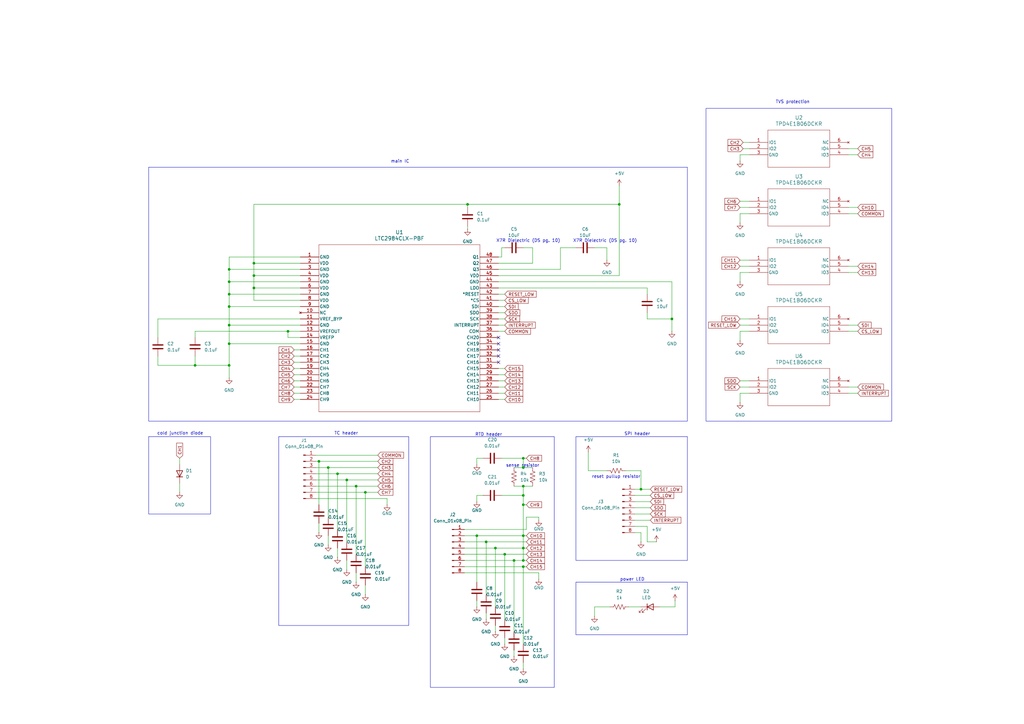
<source format=kicad_sch>
(kicad_sch (version 20250114) (generator "eeschema") (generator_version "9.0")
  (paper "A3")
  (lib_symbols
    (symbol "Connector:Conn_01x08_Pin" (pin_names (offset 1.016) (hide yes))
      (property "Reference" "J" (at 0 10.16 0))
      (property "Value" "Conn_01x08_Pin" (at 0 -12.7 0))
      (symbol "Conn_01x08_Pin_1_1"
        (rectangle (start 0.8636 7.747) (end 0 7.493) (stroke (width 0.1524)) (fill (type outline)))
        (rectangle (start 0.8636 5.207) (end 0 4.953) (stroke (width 0.1524)) (fill (type outline)))
        (rectangle (start 0.8636 2.667) (end 0 2.413) (stroke (width 0.1524)) (fill (type outline)))
        (rectangle (start 0.8636 0.127) (end 0 -0.127) (stroke (width 0.1524)) (fill (type outline)))
        (rectangle (start 0.8636 -2.413) (end 0 -2.667) (stroke (width 0.1524)) (fill (type outline)))
        (rectangle (start 0.8636 -4.953) (end 0 -5.207) (stroke (width 0.1524)) (fill (type outline)))
        (rectangle (start 0.8636 -7.493) (end 0 -7.747) (stroke (width 0.1524)) (fill (type outline)))
        (rectangle (start 0.8636 -10.033) (end 0 -10.287) (stroke (width 0.1524)) (fill (type outline)))
        (polyline (pts (xy 1.27 7.62) (xy 0.8636 7.62)) (stroke (width 0.1524)))
        (polyline (pts (xy 1.27 5.08) (xy 0.8636 5.08)) (stroke (width 0.1524)))
        (polyline (pts (xy 1.27 2.54) (xy 0.8636 2.54)) (stroke (width 0.1524)))
        (polyline (pts (xy 1.27 0) (xy 0.8636 0)) (stroke (width 0.1524)))
        (polyline (pts (xy 1.27 -2.54) (xy 0.8636 -2.54)) (stroke (width 0.1524)))
        (polyline (pts (xy 1.27 -5.08) (xy 0.8636 -5.08)) (stroke (width 0.1524)))
        (polyline (pts (xy 1.27 -7.62) (xy 0.8636 -7.62)) (stroke (width 0.1524)))
        (polyline (pts (xy 1.27 -10.16) (xy 0.8636 -10.16)) (stroke (width 0.1524)))
        (pin passive line (at 5.08 7.62 180) (length 3.81) (name "Pin_1") (number "1"))
        (pin passive line (at 5.08 5.08 180) (length 3.81) (name "Pin_2") (number "2"))
        (pin passive line (at 5.08 2.54 180) (length 3.81) (name "Pin_3") (number "3"))
        (pin passive line (at 5.08 0 180) (length 3.81) (name "Pin_4") (number "4"))
        (pin passive line (at 5.08 -2.54 180) (length 3.81) (name "Pin_5") (number "5"))
        (pin passive line (at 5.08 -5.08 180) (length 3.81) (name "Pin_6") (number "6"))
        (pin passive line (at 5.08 -7.62 180) (length 3.81) (name "Pin_7") (number "7"))
        (pin passive line (at 5.08 -10.16 180) (length 3.81) (name "Pin_8") (number "8"))
      )
    )
    (symbol "Device:C" (pin_numbers (hide yes)) (pin_names (offset 0.254))
      (property "Reference" "C" (at 0.635 2.54 0))
      (property "Value" "C" (at 0.635 -2.54 0))
      (symbol "C_0_1"
        (polyline (pts (xy -2.032 0.762) (xy 2.032 0.762)) (stroke (width 0.508)))
        (polyline (pts (xy -2.032 -0.762) (xy 2.032 -0.762)) (stroke (width 0.508)))
      )
      (symbol "C_1_1"
        (pin passive line (at 0 3.81 270) (length 2.794) (name "~") (number "1"))
        (pin passive line (at 0 -3.81 90) (length 2.794) (name "~") (number "2"))
      )
    )
    (symbol "Device:D" (pin_numbers (hide yes)) (pin_names (offset 1.016) (hide yes))
      (property "Reference" "D" (at 0 2.54 0))
      (property "Value" "D" (at 0 -2.54 0))
      (symbol "D_0_1"
        (polyline (pts (xy -1.27 1.27) (xy -1.27 -1.27)) (stroke (width 0.254)))
        (polyline (pts (xy 1.27 1.27) (xy 1.27 -1.27) (xy -1.27 0) (xy 1.27 1.27)) (stroke (width 0.254)))
        (polyline (pts (xy 1.27 0) (xy -1.27 0)))
      )
      (symbol "D_1_1"
        (pin passive line (at -3.81 0 0) (length 2.54) (name "K") (number "1"))
        (pin passive line (at 3.81 0 180) (length 2.54) (name "A") (number "2"))
      )
    )
    (symbol "Device:LED" (pin_numbers (hide yes)) (pin_names (offset 1.016) (hide yes))
      (property "Reference" "D" (at 0 2.54 0))
      (property "Value" "LED" (at 0 -2.54 0))
      (symbol "LED_0_1"
        (polyline (pts (xy -3.048 -0.762) (xy -4.572 -2.286) (xy -3.81 -2.286) (xy -4.572 -2.286) (xy -4.572 -1.524)))
        (polyline (pts (xy -1.778 -0.762) (xy -3.302 -2.286) (xy -2.54 -2.286) (xy -3.302 -2.286) (xy -3.302 -1.524)))
        (polyline (pts (xy -1.27 0) (xy 1.27 0)))
        (polyline (pts (xy -1.27 -1.27) (xy -1.27 1.27)) (stroke (width 0.254)))
        (polyline (pts (xy 1.27 -1.27) (xy 1.27 1.27) (xy -1.27 0) (xy 1.27 -1.27)) (stroke (width 0.254)))
      )
      (symbol "LED_1_1"
        (pin passive line (at -3.81 0 0) (length 2.54) (name "K") (number "1"))
        (pin passive line (at 3.81 0 180) (length 2.54) (name "A") (number "2"))
      )
    )
    (symbol "Device:R_US" (pin_numbers (hide yes)) (pin_names (offset 0))
      (property "Reference" "R" (at 2.54 0 90))
      (property "Value" "R_US" (at -2.54 0 90))
      (symbol "R_US_0_1"
        (polyline (pts (xy 0 2.286) (xy 0 2.54)))
        (polyline (pts (xy 0 2.286) (xy 1.016 1.905) (xy 0 1.524) (xy -1.016 1.143) (xy 0 0.762)))
        (polyline (pts (xy 0 0.762) (xy 1.016 0.381) (xy 0 0) (xy -1.016 -0.381) (xy 0 -0.762)))
        (polyline (pts (xy 0 -0.762) (xy 1.016 -1.143) (xy 0 -1.524) (xy -1.016 -1.905) (xy 0 -2.286)))
        (polyline (pts (xy 0 -2.286) (xy 0 -2.54)))
      )
      (symbol "R_US_1_1"
        (pin passive line (at 0 3.81 270) (length 1.27) (name "~") (number "1"))
        (pin passive line (at 0 -3.81 90) (length 1.27) (name "~") (number "2"))
      )
    )
    (symbol "LTC2984:LTC2984CLX-PBF" (pin_names (offset 0.254))
      (property "Reference" "U" (at 40.64 10.16 0))
      (property "Value" "LTC2984CLX-PBF" (at 40.64 7.62 0))
      (symbol "LTC2984CLX-PBF_0_1"
        (polyline (pts (xy 7.62 5.08) (xy 7.62 -63.5)) (stroke (width 0.127)))
        (polyline (pts (xy 7.62 -63.5) (xy 73.66 -63.5)) (stroke (width 0.127)))
        (polyline (pts (xy 73.66 5.08) (xy 7.62 5.08)) (stroke (width 0.127)))
        (polyline (pts (xy 73.66 -63.5) (xy 73.66 5.08)) (stroke (width 0.127)))
        (pin power_in line (at 0 0 0) (length 7.62) (name "GND") (number "1"))
        (pin power_in line (at 0 -2.54 0) (length 7.62) (name "VDD") (number "2"))
        (pin power_in line (at 0 -5.08 0) (length 7.62) (name "GND") (number "3"))
        (pin power_in line (at 0 -7.62 0) (length 7.62) (name "VDD") (number "4"))
        (pin power_in line (at 0 -10.16 0) (length 7.62) (name "GND") (number "5"))
        (pin power_in line (at 0 -12.7 0) (length 7.62) (name "VDD") (number "6"))
        (pin power_in line (at 0 -15.24 0) (length 7.62) (name "GND") (number "7"))
        (pin power_in line (at 0 -17.78 0) (length 7.62) (name "VDD") (number "8"))
        (pin power_in line (at 0 -20.32 0) (length 7.62) (name "GND") (number "9"))
        (pin no_connect line (at 0 -22.86 0) (length 7.62) (name "NC") (number "10"))
        (pin power_in line (at 0 -25.4 0) (length 7.62) (name "VREF_BYP") (number "11"))
        (pin power_in line (at 0 -27.94 0) (length 7.62) (name "GND") (number "12"))
        (pin output line (at 0 -30.48 0) (length 7.62) (name "VREFOUT") (number "13"))
        (pin input line (at 0 -33.02 0) (length 7.62) (name "VREFP") (number "14"))
        (pin power_in line (at 0 -35.56 0) (length 7.62) (name "GND") (number "15"))
        (pin input line (at 0 -38.1 0) (length 7.62) (name "CH1") (number "16"))
        (pin input line (at 0 -40.64 0) (length 7.62) (name "CH2") (number "17"))
        (pin input line (at 0 -43.18 0) (length 7.62) (name "CH3") (number "18"))
        (pin input line (at 0 -45.72 0) (length 7.62) (name "CH4") (number "19"))
        (pin input line (at 0 -48.26 0) (length 7.62) (name "CH5") (number "20"))
        (pin input line (at 0 -50.8 0) (length 7.62) (name "CH6") (number "21"))
        (pin input line (at 0 -53.34 0) (length 7.62) (name "CH7") (number "22"))
        (pin input line (at 0 -55.88 0) (length 7.62) (name "CH8") (number "23"))
        (pin input line (at 0 -58.42 0) (length 7.62) (name "CH9") (number "24"))
        (pin unspecified line (at 81.28 0 180) (length 7.62) (name "Q1") (number "48"))
        (pin unspecified line (at 81.28 -2.54 180) (length 7.62) (name "Q2") (number "47"))
        (pin unspecified line (at 81.28 -5.08 180) (length 7.62) (name "Q3") (number "46"))
        (pin power_in line (at 81.28 -7.62 180) (length 7.62) (name "VDD") (number "45"))
        (pin power_in line (at 81.28 -10.16 180) (length 7.62) (name "GND") (number "44"))
        (pin output line (at 81.28 -12.7 180) (length 7.62) (name "LDO") (number "43"))
        (pin unspecified line (at 81.28 -15.24 180) (length 7.62) (name "*RESET") (number "42"))
        (pin bidirectional line (at 81.28 -17.78 180) (length 7.62) (name "*CS") (number "41"))
        (pin input line (at 81.28 -20.32 180) (length 7.62) (name "SDI") (number "40"))
        (pin output line (at 81.28 -22.86 180) (length 7.62) (name "SDO") (number "39"))
        (pin unspecified line (at 81.28 -25.4 180) (length 7.62) (name "SCK") (number "38"))
        (pin output line (at 81.28 -27.94 180) (length 7.62) (name "INTERRUPT") (number "37"))
        (pin input line (at 81.28 -30.48 180) (length 7.62) (name "COM") (number "36"))
        (pin input line (at 81.28 -33.02 180) (length 7.62) (name "CH20") (number "35"))
        (pin input line (at 81.28 -35.56 180) (length 7.62) (name "CH19") (number "34"))
        (pin input line (at 81.28 -38.1 180) (length 7.62) (name "CH18") (number "33"))
        (pin input line (at 81.28 -40.64 180) (length 7.62) (name "CH17") (number "32"))
        (pin input line (at 81.28 -43.18 180) (length 7.62) (name "CH16") (number "31"))
        (pin input line (at 81.28 -45.72 180) (length 7.62) (name "CH15") (number "30"))
        (pin input line (at 81.28 -48.26 180) (length 7.62) (name "CH14") (number "29"))
        (pin input line (at 81.28 -50.8 180) (length 7.62) (name "CH13") (number "28"))
        (pin input line (at 81.28 -53.34 180) (length 7.62) (name "CH12") (number "27"))
        (pin input line (at 81.28 -55.88 180) (length 7.62) (name "CH11") (number "26"))
        (pin input line (at 81.28 -58.42 180) (length 7.62) (name "CH10") (number "25"))
      )
    )
    (symbol "TPD4E1B06DCKR:TPD4E1B06DCKR" (pin_names (offset 0.254))
      (property "Reference" "U" (at 20.32 10.16 0))
      (property "Value" "TPD4E1B06DCKR" (at 20.32 7.62 0))
      (symbol "TPD4E1B06DCKR_0_1"
        (polyline (pts (xy 7.62 5.08) (xy 7.62 -10.16)) (stroke (width 0.127)))
        (polyline (pts (xy 7.62 -10.16) (xy 33.02 -10.16)) (stroke (width 0.127)))
        (polyline (pts (xy 33.02 5.08) (xy 7.62 5.08)) (stroke (width 0.127)))
        (polyline (pts (xy 33.02 -10.16) (xy 33.02 5.08)) (stroke (width 0.127)))
        (pin bidirectional line (at 0 0 0) (length 7.62) (name "IO1") (number "1"))
        (pin bidirectional line (at 0 -2.54 0) (length 7.62) (name "IO2") (number "2"))
        (pin power_in line (at 0 -5.08 0) (length 7.62) (name "GND") (number "3"))
        (pin no_connect line (at 40.64 0 180) (length 7.62) (name "NC") (number "6"))
        (pin bidirectional line (at 40.64 -2.54 180) (length 7.62) (name "IO4") (number "5"))
        (pin bidirectional line (at 40.64 -5.08 180) (length 7.62) (name "IO3") (number "4"))
      )
    )
    (symbol "power:+5V" (power) (pin_numbers (hide yes)) (pin_names (offset 0) (hide yes))
      (property "Value" "+5V" (at 0 3.556 0))
      (symbol "+5V_0_1"
        (polyline (pts (xy -0.762 1.27) (xy 0 2.54)))
        (polyline (pts (xy 0 2.54) (xy 0.762 1.27)))
        (polyline (pts (xy 0 0) (xy 0 2.54)))
      )
      (symbol "+5V_1_1"
        (pin power_in line (at 0 0 90) (length 0) (name "~") (number "1"))
      )
    )
    (symbol "power:GND" (power) (pin_numbers (hide yes)) (pin_names (offset 0) (hide yes))
      (property "Value" "GND" (at 0 -3.81 0))
      (symbol "GND_0_1"
        (polyline (pts (xy 0 0) (xy 0 -1.27) (xy 1.27 -1.27) (xy 0 -2.54) (xy -1.27 -1.27) (xy 0 -1.27)))
      )
      (symbol "GND_1_1"
        (pin power_in line (at 0 0 270) (length 0) (name "~") (number "1"))
      )
    )
  )
  (rectangle (start 281.94 179.07) (end 236.22 229.87))
  (rectangle (start 114.3 179.07) (end 167.64 256.54))
  (rectangle (start 60.96 179.07) (end 86.36 210.82))
  (rectangle (start 60.96 68.58) (end 281.94 172.72))
  (rectangle (start 289.56 44.45) (end 365.76 172.72))
  (rectangle (start 236.22 238.76) (end 281.94 260.35))
  (rectangle (start 176.53 179.07) (end 227.33 281.94))
  (text "sense resistor" (at 214.376 191.008 0) (effects (font (size 1.27 1.27))))
  (text "SPI header" (at 261.366 178.054 0) (effects (font (size 1.27 1.27))))
  (text "X7R Dielectric (DS pg. 10)" (at 216.662 98.806 0) (effects (font (size 1.27 1.27))))
  (text "RTD header" (at 200.406 178.308 0) (effects (font (size 1.27 1.27))))
  (text "X7R Dielectric (DS pg. 10)" (at 248.158 98.806 0) (effects (font (size 1.27 1.27))))
  (text "TC header" (at 141.986 177.8 0) (effects (font (size 1.27 1.27))))
  (text "cold junction diode" (at 73.914 177.8 0) (effects (font (size 1.27 1.27))))
  (text "main IC" (at 164.084 66.294 0) (effects (font (size 1.27 1.27))))
  (text "power LED" (at 259.334 237.744 0) (effects (font (size 1.27 1.27))))
  (text "TVS protection" (at 325.12 41.91 0) (effects (font (size 1.27 1.27))))
  (text "reset pullup resistor" (at 252.73 195.58 0) (effects (font (size 1.27 1.27))))
  (junction (at 254 83.82))
  (junction (at 134.62 191.77))
  (junction (at 93.98 149.86))
  (junction (at 104.14 113.03))
  (junction (at 214.63 232.41))
  (junction (at 195.58 219.71))
  (junction (at 93.98 115.57))
  (junction (at 214.63 199.39))
  (junction (at 138.43 194.31))
  (junction (at 146.05 199.39))
  (junction (at 214.63 203.2))
  (junction (at 214.63 219.71))
  (junction (at 142.24 196.85))
  (junction (at 207.01 227.33))
  (junction (at 199.39 222.25))
  (junction (at 93.98 125.73))
  (junction (at 93.98 133.35))
  (junction (at 275.59 130.81))
  (junction (at 80.01 149.86))
  (junction (at 214.63 224.79))
  (junction (at 262.89 200.66))
  (junction (at 130.81 189.23))
  (junction (at 149.86 201.93))
  (junction (at 118.11 135.89))
  (junction (at 214.63 187.96))
  (junction (at 93.98 120.65))
  (junction (at 214.63 191.77))
  (junction (at 104.14 118.11))
  (junction (at 203.2 224.79))
  (junction (at 93.98 140.97))
  (junction (at 214.63 207.01))
  (junction (at 214.63 229.87))
  (junction (at 210.82 229.87))
  (junction (at 93.98 110.49))
  (junction (at 191.77 83.82))
  (junction (at 104.14 107.95))
  (no_connect (at 204.47 140.97))
  (no_connect (at 204.47 146.05))
  (no_connect (at 204.47 138.43))
  (no_connect (at 204.47 143.51))
  (no_connect (at 204.47 148.59))
  (wire (pts (xy 93.98 105.41) (xy 93.98 110.49)))
  (wire (pts (xy 93.98 133.35) (xy 93.98 140.97)))
  (wire (pts (xy 104.14 123.19) (xy 123.19 123.19)))
  (wire (pts (xy 123.19 135.89) (xy 118.11 135.89)))
  (wire (pts (xy 195.58 190.5) (xy 195.58 187.96)))
  (wire (pts (xy 203.2 256.54) (xy 203.2 259.08)))
  (wire (pts (xy 204.47 133.35) (xy 207.01 133.35)))
  (wire (pts (xy 146.05 234.95) (xy 146.05 238.76)))
  (wire (pts (xy 214.63 224.79) (xy 215.9 224.79)))
  (wire (pts (xy 303.53 111.76) (xy 307.34 111.76)))
  (wire (pts (xy 104.14 118.11) (xy 123.19 118.11)))
  (wire (pts (xy 210.82 266.7) (xy 210.82 269.24)))
  (wire (pts (xy 129.54 196.85) (xy 142.24 196.85)))
  (wire (pts (xy 210.82 199.39) (xy 214.63 199.39)))
  (wire (pts (xy 204.47 161.29) (xy 207.01 161.29)))
  (wire (pts (xy 303.53 115.57) (xy 303.53 111.76)))
  (wire (pts (xy 204.47 105.41) (xy 205.74 105.41)))
  (wire (pts (xy 64.77 146.05) (xy 64.77 149.86)))
  (wire (pts (xy 303.53 156.21) (xy 307.34 156.21)))
  (wire (pts (xy 93.98 140.97) (xy 93.98 149.86)))
  (wire (pts (xy 134.62 219.71) (xy 134.62 223.52)))
  (wire (pts (xy 129.54 189.23) (xy 130.81 189.23)))
  (wire (pts (xy 190.5 224.79) (xy 203.2 224.79)))
  (wire (pts (xy 123.19 107.95) (xy 104.14 107.95)))
  (wire (pts (xy 214.63 219.71) (xy 215.9 219.71)))
  (wire (pts (xy 214.63 203.2) (xy 214.63 207.01)))
  (wire (pts (xy 73.66 187.96) (xy 73.66 190.5)))
  (wire (pts (xy 123.19 105.41) (xy 93.98 105.41)))
  (wire (pts (xy 190.5 232.41) (xy 214.63 232.41)))
  (wire (pts (xy 303.53 165.1) (xy 303.53 161.29)))
  (wire (pts (xy 73.66 198.12) (xy 73.66 201.93)))
  (wire (pts (xy 120.65 148.59) (xy 123.19 148.59)))
  (wire (pts (xy 120.65 151.13) (xy 123.19 151.13)))
  (wire (pts (xy 275.59 115.57) (xy 275.59 130.81)))
  (wire (pts (xy 142.24 196.85) (xy 154.94 196.85)))
  (wire (pts (xy 269.24 222.25) (xy 265.43 222.25)))
  (wire (pts (xy 80.01 135.89) (xy 80.01 138.43)))
  (wire (pts (xy 158.75 204.47) (xy 158.75 207.01)))
  (wire (pts (xy 347.98 135.89) (xy 351.79 135.89)))
  (wire (pts (xy 265.43 215.9) (xy 265.43 222.25)))
  (wire (pts (xy 260.35 215.9) (xy 265.43 215.9)))
  (wire (pts (xy 307.34 63.5) (xy 303.53 63.5)))
  (wire (pts (xy 195.58 205.74) (xy 195.58 203.2)))
  (wire (pts (xy 120.65 161.29) (xy 123.19 161.29)))
  (wire (pts (xy 214.63 224.79) (xy 214.63 229.87)))
  (wire (pts (xy 93.98 140.97) (xy 123.19 140.97)))
  (wire (pts (xy 80.01 146.05) (xy 80.01 149.86)))
  (wire (pts (xy 149.86 201.93) (xy 149.86 232.41)))
  (wire (pts (xy 347.98 63.5) (xy 351.79 63.5)))
  (wire (pts (xy 104.14 107.95) (xy 104.14 113.03)))
  (wire (pts (xy 214.63 199.39) (xy 214.63 203.2)))
  (wire (pts (xy 214.63 229.87) (xy 215.9 229.87)))
  (wire (pts (xy 93.98 120.65) (xy 123.19 120.65)))
  (wire (pts (xy 229.87 101.6) (xy 236.22 101.6)))
  (wire (pts (xy 347.98 87.63) (xy 351.79 87.63)))
  (wire (pts (xy 146.05 199.39) (xy 154.94 199.39)))
  (wire (pts (xy 93.98 125.73) (xy 123.19 125.73)))
  (wire (pts (xy 214.63 232.41) (xy 214.63 264.16)))
  (wire (pts (xy 190.5 234.95) (xy 220.98 234.95)))
  (wire (pts (xy 204.47 125.73) (xy 207.01 125.73)))
  (wire (pts (xy 266.7 208.28) (xy 260.35 208.28)))
  (wire (pts (xy 347.98 161.29) (xy 351.79 161.29)))
  (wire (pts (xy 64.77 130.81) (xy 64.77 138.43)))
  (wire (pts (xy 93.98 125.73) (xy 93.98 133.35)))
  (wire (pts (xy 93.98 110.49) (xy 123.19 110.49)))
  (wire (pts (xy 303.53 158.75) (xy 307.34 158.75)))
  (wire (pts (xy 347.98 60.96) (xy 351.79 60.96)))
  (wire (pts (xy 203.2 224.79) (xy 203.2 248.92)))
  (wire (pts (xy 204.47 123.19) (xy 207.01 123.19)))
  (wire (pts (xy 204.47 118.11) (xy 265.43 118.11)))
  (wire (pts (xy 347.98 111.76) (xy 351.79 111.76)))
  (wire (pts (xy 205.74 101.6) (xy 205.74 105.41)))
  (wire (pts (xy 254 76.2) (xy 254 83.82)))
  (wire (pts (xy 134.62 191.77) (xy 154.94 191.77)))
  (wire (pts (xy 347.98 133.35) (xy 351.79 133.35)))
  (wire (pts (xy 347.98 109.22) (xy 351.79 109.22)))
  (wire (pts (xy 93.98 120.65) (xy 93.98 125.73)))
  (wire (pts (xy 303.53 139.7) (xy 303.53 135.89)))
  (wire (pts (xy 93.98 133.35) (xy 123.19 133.35)))
  (wire (pts (xy 120.65 143.51) (xy 123.19 143.51)))
  (wire (pts (xy 149.86 201.93) (xy 154.94 201.93)))
  (wire (pts (xy 214.63 101.6) (xy 218.44 101.6)))
  (wire (pts (xy 303.53 135.89) (xy 307.34 135.89)))
  (wire (pts (xy 304.8 60.96) (xy 307.34 60.96)))
  (wire (pts (xy 257.81 248.92) (xy 262.89 248.92)))
  (wire (pts (xy 120.65 158.75) (xy 123.19 158.75)))
  (wire (pts (xy 149.86 240.03) (xy 149.86 243.84)))
  (wire (pts (xy 266.7 205.74) (xy 260.35 205.74)))
  (wire (pts (xy 64.77 149.86) (xy 80.01 149.86)))
  (wire (pts (xy 142.24 196.85) (xy 142.24 222.25)))
  (wire (pts (xy 199.39 222.25) (xy 199.39 243.84)))
  (wire (pts (xy 275.59 130.81) (xy 275.59 135.89)))
  (wire (pts (xy 204.47 151.13) (xy 207.01 151.13)))
  (wire (pts (xy 229.87 110.49) (xy 229.87 101.6)))
  (wire (pts (xy 303.53 106.68) (xy 307.34 106.68)))
  (wire (pts (xy 262.89 200.66) (xy 262.89 193.04)))
  (wire (pts (xy 214.63 187.96) (xy 214.63 191.77)))
  (wire (pts (xy 243.84 252.73) (xy 243.84 248.92)))
  (wire (pts (xy 190.5 229.87) (xy 210.82 229.87)))
  (wire (pts (xy 276.86 248.92) (xy 270.51 248.92)))
  (wire (pts (xy 207.01 227.33) (xy 207.01 254)))
  (wire (pts (xy 204.47 120.65) (xy 207.01 120.65)))
  (wire (pts (xy 205.74 203.2) (xy 214.63 203.2)))
  (wire (pts (xy 214.63 271.78) (xy 214.63 274.32)))
  (wire (pts (xy 347.98 158.75) (xy 351.79 158.75)))
  (wire (pts (xy 262.89 200.66) (xy 260.35 200.66)))
  (wire (pts (xy 266.7 203.2) (xy 260.35 203.2)))
  (wire (pts (xy 262.89 193.04) (xy 256.54 193.04)))
  (wire (pts (xy 138.43 224.79) (xy 138.43 228.6)))
  (wire (pts (xy 120.65 156.21) (xy 123.19 156.21)))
  (wire (pts (xy 130.81 189.23) (xy 154.94 189.23)))
  (wire (pts (xy 195.58 219.71) (xy 195.58 238.76)))
  (wire (pts (xy 303.53 63.5) (xy 303.53 66.04)))
  (wire (pts (xy 203.2 224.79) (xy 214.63 224.79)))
  (wire (pts (xy 104.14 113.03) (xy 104.14 118.11)))
  (wire (pts (xy 265.43 130.81) (xy 275.59 130.81)))
  (wire (pts (xy 204.47 110.49) (xy 229.87 110.49)))
  (wire (pts (xy 129.54 201.93) (xy 149.86 201.93)))
  (wire (pts (xy 205.74 187.96) (xy 214.63 187.96)))
  (wire (pts (xy 241.3 185.42) (xy 241.3 193.04)))
  (wire (pts (xy 64.77 130.81) (xy 123.19 130.81)))
  (wire (pts (xy 248.92 193.04) (xy 241.3 193.04)))
  (wire (pts (xy 190.5 217.17) (xy 215.9 217.17)))
  (wire (pts (xy 130.81 214.63) (xy 130.81 218.44)))
  (wire (pts (xy 265.43 128.27) (xy 265.43 130.81)))
  (wire (pts (xy 118.11 135.89) (xy 80.01 135.89)))
  (wire (pts (xy 303.53 82.55) (xy 307.34 82.55)))
  (wire (pts (xy 204.47 156.21) (xy 207.01 156.21)))
  (wire (pts (xy 93.98 115.57) (xy 93.98 120.65)))
  (wire (pts (xy 220.98 212.09) (xy 220.98 213.36)))
  (wire (pts (xy 303.53 85.09) (xy 307.34 85.09)))
  (wire (pts (xy 93.98 110.49) (xy 93.98 115.57)))
  (wire (pts (xy 266.7 200.66) (xy 262.89 200.66)))
  (wire (pts (xy 210.82 229.87) (xy 214.63 229.87)))
  (wire (pts (xy 207.01 227.33) (xy 215.9 227.33)))
  (wire (pts (xy 215.9 212.09) (xy 220.98 212.09)))
  (wire (pts (xy 138.43 194.31) (xy 154.94 194.31)))
  (wire (pts (xy 210.82 229.87) (xy 210.82 259.08)))
  (wire (pts (xy 204.47 130.81) (xy 207.01 130.81)))
  (wire (pts (xy 262.89 218.44) (xy 262.89 222.25)))
  (wire (pts (xy 199.39 222.25) (xy 215.9 222.25)))
  (wire (pts (xy 195.58 187.96) (xy 198.12 187.96)))
  (wire (pts (xy 215.9 187.96) (xy 214.63 187.96)))
  (wire (pts (xy 260.35 218.44) (xy 262.89 218.44)))
  (wire (pts (xy 254 83.82) (xy 254 113.03)))
  (wire (pts (xy 254 113.03) (xy 204.47 113.03)))
  (wire (pts (xy 138.43 217.17) (xy 138.43 194.31)))
  (wire (pts (xy 204.47 115.57) (xy 275.59 115.57)))
  (wire (pts (xy 304.8 58.42) (xy 307.34 58.42)))
  (wire (pts (xy 214.63 207.01) (xy 215.9 207.01)))
  (wire (pts (xy 303.53 109.22) (xy 307.34 109.22)))
  (wire (pts (xy 123.19 115.57) (xy 93.98 115.57)))
  (wire (pts (xy 214.63 207.01) (xy 214.63 219.71)))
  (wire (pts (xy 207.01 101.6) (xy 205.74 101.6)))
  (wire (pts (xy 129.54 194.31) (xy 138.43 194.31)))
  (wire (pts (xy 303.53 87.63) (xy 307.34 87.63)))
  (wire (pts (xy 204.47 163.83) (xy 207.01 163.83)))
  (wire (pts (xy 146.05 199.39) (xy 146.05 227.33)))
  (wire (pts (xy 215.9 217.17) (xy 215.9 212.09)))
  (wire (pts (xy 207.01 261.62) (xy 207.01 264.16)))
  (wire (pts (xy 104.14 113.03) (xy 123.19 113.03)))
  (wire (pts (xy 248.92 101.6) (xy 248.92 106.68)))
  (wire (pts (xy 104.14 118.11) (xy 104.14 123.19)))
  (wire (pts (xy 190.5 227.33) (xy 207.01 227.33)))
  (wire (pts (xy 191.77 83.82) (xy 191.77 85.09)))
  (wire (pts (xy 214.63 232.41) (xy 215.9 232.41)))
  (wire (pts (xy 199.39 251.46) (xy 199.39 254)))
  (wire (pts (xy 191.77 92.71) (xy 191.77 93.98)))
  (wire (pts (xy 347.98 85.09) (xy 351.79 85.09)))
  (wire (pts (xy 276.86 246.38) (xy 276.86 248.92)))
  (wire (pts (xy 118.11 138.43) (xy 123.19 138.43)))
  (wire (pts (xy 195.58 219.71) (xy 214.63 219.71)))
  (wire (pts (xy 210.82 191.77) (xy 214.63 191.77)))
  (wire (pts (xy 266.7 210.82) (xy 260.35 210.82)))
  (wire (pts (xy 214.63 191.77) (xy 218.44 191.77)))
  (wire (pts (xy 190.5 222.25) (xy 199.39 222.25)))
  (wire (pts (xy 93.98 149.86) (xy 93.98 154.94)))
  (wire (pts (xy 130.81 189.23) (xy 130.81 207.01)))
  (wire (pts (xy 214.63 219.71) (xy 214.63 224.79)))
  (wire (pts (xy 120.65 146.05) (xy 123.19 146.05)))
  (wire (pts (xy 214.63 199.39) (xy 218.44 199.39)))
  (wire (pts (xy 134.62 191.77) (xy 134.62 212.09)))
  (wire (pts (xy 204.47 153.67) (xy 207.01 153.67)))
  (wire (pts (xy 303.53 133.35) (xy 307.34 133.35)))
  (wire (pts (xy 243.84 101.6) (xy 248.92 101.6)))
  (wire (pts (xy 142.24 229.87) (xy 142.24 233.68)))
  (wire (pts (xy 243.84 248.92) (xy 250.19 248.92)))
  (wire (pts (xy 129.54 199.39) (xy 146.05 199.39)))
  (wire (pts (xy 195.58 203.2) (xy 198.12 203.2)))
  (wire (pts (xy 104.14 83.82) (xy 191.77 83.82)))
  (wire (pts (xy 120.65 163.83) (xy 123.19 163.83)))
  (wire (pts (xy 129.54 191.77) (xy 134.62 191.77)))
  (wire (pts (xy 93.98 149.86) (xy 80.01 149.86)))
  (wire (pts (xy 204.47 128.27) (xy 207.01 128.27)))
  (wire (pts (xy 204.47 135.89) (xy 207.01 135.89)))
  (wire (pts (xy 204.47 158.75) (xy 207.01 158.75)))
  (wire (pts (xy 104.14 83.82) (xy 104.14 107.95)))
  (wire (pts (xy 129.54 204.47) (xy 158.75 204.47)))
  (wire (pts (xy 190.5 219.71) (xy 195.58 219.71)))
  (wire (pts (xy 266.7 213.36) (xy 260.35 213.36)))
  (wire (pts (xy 129.54 186.69) (xy 154.94 186.69)))
  (wire (pts (xy 303.53 130.81) (xy 307.34 130.81)))
  (wire (pts (xy 218.44 107.95) (xy 218.44 101.6)))
  (wire (pts (xy 120.65 153.67) (xy 123.19 153.67)))
  (wire (pts (xy 303.53 161.29) (xy 307.34 161.29)))
  (wire (pts (xy 204.47 107.95) (xy 218.44 107.95)))
  (wire (pts (xy 195.58 246.38) (xy 195.58 248.92)))
  (wire (pts (xy 220.98 234.95) (xy 220.98 237.49)))
  (wire (pts (xy 303.53 91.44) (xy 303.53 87.63)))
  (wire (pts (xy 265.43 118.11) (xy 265.43 120.65)))
  (wire (pts (xy 191.77 83.82) (xy 254 83.82)))
  (wire (pts (xy 118.11 135.89) (xy 118.11 138.43)))
  (global_label "CS_LOW" (shape input) (at 207.01 123.19 0) (property "Intersheetrefs" "${INTERSHEET_REFS}" (effects (hide yes))))
  (global_label "RESET_LOW" (shape input) (at 303.53 133.35 180) (property "Intersheetrefs" "${INTERSHEET_REFS}" (effects (hide yes))))
  (global_label "CH15" (shape input) (at 303.53 130.81 180) (property "Intersheetrefs" "${INTERSHEET_REFS}" (effects (hide yes))))
  (global_label "CH5" (shape input) (at 120.65 153.67 180) (property "Intersheetrefs" "${INTERSHEET_REFS}" (effects (hide yes))))
  (global_label "CH10" (shape input) (at 215.9 219.71 0) (property "Intersheetrefs" "${INTERSHEET_REFS}" (effects (hide yes))))
  (global_label "CH12" (shape input) (at 303.53 109.22 180) (property "Intersheetrefs" "${INTERSHEET_REFS}" (effects (hide yes))))
  (global_label "SDI" (shape input) (at 351.79 133.35 0) (property "Intersheetrefs" "${INTERSHEET_REFS}" (effects (hide yes))))
  (global_label "CH7" (shape input) (at 154.94 201.93 0) (property "Intersheetrefs" "${INTERSHEET_REFS}" (effects (hide yes))))
  (global_label "SDO" (shape input) (at 207.01 128.27 0) (property "Intersheetrefs" "${INTERSHEET_REFS}" (effects (hide yes))))
  (global_label "CH9" (shape input) (at 120.65 163.83 180) (property "Intersheetrefs" "${INTERSHEET_REFS}" (effects (hide yes))))
  (global_label "INTERRUPT" (shape input) (at 207.01 133.35 0) (property "Intersheetrefs" "${INTERSHEET_REFS}" (effects (hide yes))))
  (global_label "COMMON" (shape input) (at 351.79 87.63 0) (property "Intersheetrefs" "${INTERSHEET_REFS}" (effects (hide yes))))
  (global_label "COMMON" (shape input) (at 154.94 186.69 0) (property "Intersheetrefs" "${INTERSHEET_REFS}" (effects (hide yes))))
  (global_label "CH11" (shape input) (at 207.01 161.29 0) (property "Intersheetrefs" "${INTERSHEET_REFS}" (effects (hide yes))))
  (global_label "CH2" (shape input) (at 304.8 58.42 180) (property "Intersheetrefs" "${INTERSHEET_REFS}" (effects (hide yes))))
  (global_label "SDI" (shape input) (at 266.7 205.74 0) (property "Intersheetrefs" "${INTERSHEET_REFS}" (effects (hide yes))))
  (global_label "SDI" (shape input) (at 207.01 125.73 0) (property "Intersheetrefs" "${INTERSHEET_REFS}" (effects (hide yes))))
  (global_label "CH7" (shape input) (at 120.65 158.75 180) (property "Intersheetrefs" "${INTERSHEET_REFS}" (effects (hide yes))))
  (global_label "CS_LOW" (shape input) (at 266.7 203.2 0) (property "Intersheetrefs" "${INTERSHEET_REFS}" (effects (hide yes))))
  (global_label "CH10" (shape input) (at 351.79 85.09 0) (property "Intersheetrefs" "${INTERSHEET_REFS}" (effects (hide yes))))
  (global_label "CH11" (shape input) (at 215.9 222.25 0) (property "Intersheetrefs" "${INTERSHEET_REFS}" (effects (hide yes))))
  (global_label "CH5" (shape input) (at 154.94 196.85 0) (property "Intersheetrefs" "${INTERSHEET_REFS}" (effects (hide yes))))
  (global_label "CH13" (shape input) (at 215.9 227.33 0) (property "Intersheetrefs" "${INTERSHEET_REFS}" (effects (hide yes))))
  (global_label "SCK" (shape input) (at 303.53 158.75 180) (property "Intersheetrefs" "${INTERSHEET_REFS}" (effects (hide yes))))
  (global_label "COMMON" (shape input) (at 207.01 135.89 0) (property "Intersheetrefs" "${INTERSHEET_REFS}" (effects (hide yes))))
  (global_label "COMMON" (shape input) (at 351.79 158.75 0) (property "Intersheetrefs" "${INTERSHEET_REFS}" (effects (hide yes))))
  (global_label "CH14" (shape input) (at 215.9 229.87 0) (property "Intersheetrefs" "${INTERSHEET_REFS}" (effects (hide yes))))
  (global_label "CH13" (shape input) (at 351.79 111.76 0) (property "Intersheetrefs" "${INTERSHEET_REFS}" (effects (hide yes))))
  (global_label "INTERRUPT" (shape input) (at 351.79 161.29 0) (property "Intersheetrefs" "${INTERSHEET_REFS}" (effects (hide yes))))
  (global_label "CH9" (shape input) (at 215.9 207.01 0) (property "Intersheetrefs" "${INTERSHEET_REFS}" (effects (hide yes))))
  (global_label "CH8" (shape input) (at 120.65 161.29 180) (property "Intersheetrefs" "${INTERSHEET_REFS}" (effects (hide yes))))
  (global_label "CH3" (shape input) (at 120.65 148.59 180) (property "Intersheetrefs" "${INTERSHEET_REFS}" (effects (hide yes))))
  (global_label "CH4" (shape input) (at 351.79 63.5 0) (property "Intersheetrefs" "${INTERSHEET_REFS}" (effects (hide yes))))
  (global_label "CH14" (shape input) (at 351.79 109.22 0) (property "Intersheetrefs" "${INTERSHEET_REFS}" (effects (hide yes))))
  (global_label "CH6" (shape input) (at 154.94 199.39 0) (property "Intersheetrefs" "${INTERSHEET_REFS}" (effects (hide yes))))
  (global_label "CH2" (shape input) (at 154.94 189.23 0) (property "Intersheetrefs" "${INTERSHEET_REFS}" (effects (hide yes))))
  (global_label "CS_LOW" (shape input) (at 351.79 135.89 0) (property "Intersheetrefs" "${INTERSHEET_REFS}" (effects (hide yes))))
  (global_label "CH7" (shape input) (at 303.53 85.09 180) (property "Intersheetrefs" "${INTERSHEET_REFS}" (effects (hide yes))))
  (global_label "RESET_LOW" (shape input) (at 266.7 200.66 0) (property "Intersheetrefs" "${INTERSHEET_REFS}" (effects (hide yes))))
  (global_label "SCK" (shape input) (at 266.7 210.82 0) (property "Intersheetrefs" "${INTERSHEET_REFS}" (effects (hide yes))))
  (global_label "CH2" (shape input) (at 120.65 146.05 180) (property "Intersheetrefs" "${INTERSHEET_REFS}" (effects (hide yes))))
  (global_label "RESET_LOW" (shape input) (at 207.01 120.65 0) (property "Intersheetrefs" "${INTERSHEET_REFS}" (effects (hide yes))))
  (global_label "CH12" (shape input) (at 207.01 158.75 0) (property "Intersheetrefs" "${INTERSHEET_REFS}" (effects (hide yes))))
  (global_label "CH6" (shape input) (at 303.53 82.55 180) (property "Intersheetrefs" "${INTERSHEET_REFS}" (effects (hide yes))))
  (global_label "CH10" (shape input) (at 207.01 163.83 0) (property "Intersheetrefs" "${INTERSHEET_REFS}" (effects (hide yes))))
  (global_label "SCK" (shape input) (at 207.01 130.81 0) (property "Intersheetrefs" "${INTERSHEET_REFS}" (effects (hide yes))))
  (global_label "CH15" (shape input) (at 215.9 232.41 0) (property "Intersheetrefs" "${INTERSHEET_REFS}" (effects (hide yes))))
  (global_label "CH1" (shape input) (at 120.65 143.51 180) (property "Intersheetrefs" "${INTERSHEET_REFS}" (effects (hide yes))))
  (global_label "CH11" (shape input) (at 303.53 106.68 180) (property "Intersheetrefs" "${INTERSHEET_REFS}" (effects (hide yes))))
  (global_label "CH5" (shape input) (at 351.79 60.96 0) (property "Intersheetrefs" "${INTERSHEET_REFS}" (effects (hide yes))))
  (global_label "CH4" (shape input) (at 120.65 151.13 180) (property "Intersheetrefs" "${INTERSHEET_REFS}" (effects (hide yes))))
  (global_label "CH3" (shape input) (at 304.8 60.96 180) (property "Intersheetrefs" "${INTERSHEET_REFS}" (effects (hide yes))))
  (global_label "INTERRUPT" (shape input) (at 266.7 213.36 0) (property "Intersheetrefs" "${INTERSHEET_REFS}" (effects (hide yes))))
  (global_label "CH4" (shape input) (at 154.94 194.31 0) (property "Intersheetrefs" "${INTERSHEET_REFS}" (effects (hide yes))))
  (global_label "SDO" (shape input) (at 303.53 156.21 180) (property "Intersheetrefs" "${INTERSHEET_REFS}" (effects (hide yes))))
  (global_label "CH3" (shape input) (at 154.94 191.77 0) (property "Intersheetrefs" "${INTERSHEET_REFS}" (effects (hide yes))))
  (global_label "CH15" (shape input) (at 207.01 151.13 0) (property "Intersheetrefs" "${INTERSHEET_REFS}" (effects (hide yes))))
  (global_label "CH8" (shape input) (at 215.9 187.96 0) (property "Intersheetrefs" "${INTERSHEET_REFS}" (effects (hide yes))))
  (global_label "CH14" (shape input) (at 207.01 153.67 0) (property "Intersheetrefs" "${INTERSHEET_REFS}" (effects (hide yes))))
  (global_label "CH12" (shape input) (at 215.9 224.79 0) (property "Intersheetrefs" "${INTERSHEET_REFS}" (effects (hide yes))))
  (global_label "CH13" (shape input) (at 207.01 156.21 0) (property "Intersheetrefs" "${INTERSHEET_REFS}" (effects (hide yes))))
  (global_label "CH1" (shape input) (at 73.66 187.96 90) (property "Intersheetrefs" "${INTERSHEET_REFS}" (effects (hide yes))))
  (global_label "CH6" (shape input) (at 120.65 156.21 180) (property "Intersheetrefs" "${INTERSHEET_REFS}" (effects (hide yes))))
  (global_label "SDO" (shape input) (at 266.7 208.28 0) (property "Intersheetrefs" "${INTERSHEET_REFS}" (effects (hide yes))))
  (symbol (lib_id "Device:C") (at 195.58 242.57 0) (unit 1)
    (property "Reference" "C8" (at 199.39 241.2999 0) (effects (justify left)))
    (property "Value" "0.01uF" (at 199.39 243.8399 0) (effects (justify left)))
    (property "Footprint" "Capacitor_SMD:C_0603_1608Metric" (effects (hide yes)))
    (property "Description" "Unpolarized capacitor" (effects (hide yes)))
  )
  (symbol (lib_id "Device:R_US") (at 252.73 193.04 90) (mirror x) (unit 1)
    (property "Reference" "R1" (at 252.73 186.69 90))
    (property "Value" "10k" (at 252.73 189.23 90))
    (property "Footprint" "Resistor_SMD:R_0603_1608Metric" (effects (hide yes)))
    (property "Description" "Resistor, US symbol" (effects (hide yes)))
  )
  (symbol (lib_id "power:GND") (at 303.53 139.7 0) (unit 1)
    (property "Reference" "#PWR013" (effects (hide yes)))
    (property "Value" "GND" (at 303.53 144.78 0))
    (property "Description" "Power symbol creates a global global_label with name \"GND\" , ground" (effects (hide yes)))
  )
  (symbol (lib_id "Device:C") (at 146.05 231.14 0) (unit 1)
    (property "Reference" "C18" (at 149.86 229.8699 0) (effects (justify left)))
    (property "Value" "0.01uF" (at 149.86 232.4099 0) (effects (justify left)))
    (property "Footprint" "Capacitor_SMD:C_0603_1608Metric" (effects (hide yes)))
    (property "Description" "Unpolarized capacitor" (effects (hide yes)))
  )
  (symbol (lib_id "Device:C") (at 207.01 257.81 0) (unit 1)
    (property "Reference" "C11" (at 210.82 256.5399 0) (effects (justify left)))
    (property "Value" "0.01uF" (at 210.82 259.0799 0) (effects (justify left)))
    (property "Footprint" "Capacitor_SMD:C_0603_1608Metric" (effects (hide yes)))
    (property "Description" "Unpolarized capacitor" (effects (hide yes)))
  )
  (symbol (lib_id "Device:C") (at 149.86 236.22 0) (unit 1)
    (property "Reference" "C19" (at 153.67 234.9499 0) (effects (justify left)))
    (property "Value" "0.01uF" (at 153.67 237.4899 0) (effects (justify left)))
    (property "Footprint" "Capacitor_SMD:C_0603_1608Metric" (effects (hide yes)))
    (property "Description" "Unpolarized capacitor" (effects (hide yes)))
  )
  (symbol (lib_id "power:GND") (at 142.24 233.68 0) (unit 1)
    (property "Reference" "#PWR027" (effects (hide yes)))
    (property "Value" "GND" (at 142.24 238.76 0))
    (property "Description" "Power symbol creates a global global_label with name \"GND\" , ground" (effects (hide yes)))
  )
  (symbol (lib_id "Device:C") (at 80.01 142.24 0) (unit 1)
    (property "Reference" "C3" (at 83.82 140.9699 0) (effects (justify left)))
    (property "Value" "0.1uF" (at 83.82 143.5099 0) (effects (justify left)))
    (property "Footprint" "Capacitor_SMD:C_0603_1608Metric" (effects (hide yes)))
    (property "Description" "Unpolarized capacitor" (effects (hide yes)))
  )
  (symbol (lib_id "Device:LED") (at 266.7 248.92 0) (unit 1)
    (property "Reference" "D2" (at 265.1125 242.57 0))
    (property "Value" "LED" (at 265.1125 245.11 0))
    (property "Footprint" "LED_SMD:LED_0603_1608Metric" (effects (hide yes)))
    (property "Description" "Light emitting diode" (effects (hide yes)))
    (property "Sim.Pins" "1=K 2=A" (effects (hide yes)))
  )
  (symbol (lib_id "Device:C") (at 201.93 187.96 270) (unit 1)
    (property "Reference" "C20" (at 201.93 180.34 90))
    (property "Value" "0.01uF" (at 201.93 182.88 90))
    (property "Footprint" "Capacitor_SMD:C_0603_1608Metric" (effects (hide yes)))
    (property "Description" "Unpolarized capacitor" (effects (hide yes)))
  )
  (symbol (lib_id "Device:R_US") (at 218.44 195.58 0) (unit 1)
    (property "Reference" "R3" (at 220.98 194.3099 0) (effects (justify left)))
    (property "Value" "10k" (at 220.98 196.8499 0) (effects (justify left)))
    (property "Footprint" "Resistor_SMD:R_0603_1608Metric" (effects (hide yes)))
    (property "Description" "Resistor, US symbol" (effects (hide yes)))
  )
  (symbol (lib_id "Device:C") (at 214.63 267.97 0) (unit 1)
    (property "Reference" "C13" (at 218.44 266.6999 0) (effects (justify left)))
    (property "Value" "0.01uF" (at 218.44 269.2399 0) (effects (justify left)))
    (property "Footprint" "Capacitor_SMD:C_0603_1608Metric" (effects (hide yes)))
    (property "Description" "Unpolarized capacitor" (effects (hide yes)))
  )
  (symbol (lib_id "power:GND") (at 303.53 165.1 0) (unit 1)
    (property "Reference" "#PWR014" (effects (hide yes)))
    (property "Value" "GND" (at 303.53 170.18 0))
    (property "Description" "Power symbol creates a global global_label with name \"GND\" , ground" (effects (hide yes)))
  )
  (symbol (lib_id "power:+5V") (at 241.3 185.42 0) (mirror y) (unit 1)
    (property "Reference" "#PWR05" (effects (hide yes)))
    (property "Value" "+5V" (at 241.3 180.34 0))
    (property "Description" "Power symbol creates a global global_label with name \"+5V\"" (effects (hide yes)))
  )
  (symbol (lib_id "Device:C") (at 130.81 210.82 0) (unit 1)
    (property "Reference" "C14" (at 134.62 209.5499 0) (effects (justify left)))
    (property "Value" "0.01uF" (at 134.62 212.0899 0) (effects (justify left)))
    (property "Footprint" "Capacitor_SMD:C_0603_1608Metric" (effects (hide yes)))
    (property "Description" "Unpolarized capacitor" (effects (hide yes)))
  )
  (symbol (lib_id "LTC2984:LTC2984CLX-PBF") (at 123.19 105.41 0) (unit 1)
    (property "Reference" "U1" (at 163.83 95.25 0) (effects (font (size 1.524 1.524))))
    (property "Value" "LTC2984CLX-PBF" (at 163.83 97.79 0) (effects (font (size 1.524 1.524))))
    (property "Footprint" "avi_footprint:LQFP-48_LX_LIT" (effects (hide yes)))
    (property "Datasheet" "https://www.analog.com/media/en/technical-documentation/data-sheets/2984fb.pdf" (effects (hide yes)))
  )
  (symbol (lib_id "power:GND") (at 275.59 135.89 0) (unit 1)
    (property "Reference" "#PWR03" (effects (hide yes)))
    (property "Value" "GND" (at 275.59 140.97 0))
    (property "Description" "Power symbol creates a global global_label with name \"GND\" , ground" (effects (hide yes)))
  )
  (symbol (lib_id "TPD4E1B06DCKR:TPD4E1B06DCKR") (at 307.34 156.21 0) (unit 1)
    (property "Reference" "U6" (at 327.66 146.05 0) (effects (font (size 1.524 1.524))))
    (property "Value" "TPD4E1B06DCKR" (at 327.66 148.59 0) (effects (font (size 1.524 1.524))))
    (property "Footprint" "avi_footprint:DCK6_TEX" (effects (hide yes)))
    (property "Datasheet" "https://www.ti.com/lit/gpn/tpd4e1b06" (effects (hide yes)))
  )
  (symbol (lib_id "power:GND") (at 220.98 213.36 0) (unit 1)
    (property "Reference" "#PWR032" (effects (hide yes)))
    (property "Value" "GND" (at 220.98 216.916 0))
    (property "Description" "Power symbol creates a global global_label with name \"GND\" , ground" (effects (hide yes)))
  )
  (symbol (lib_id "Connector:Conn_01x08_Pin") (at 255.27 208.28 0) (unit 1)
    (property "Reference" "J3" (at 246.38 205.74 0))
    (property "Value" "Conn_01x08_Pin" (at 246.38 208.28 0))
    (property "Footprint" "Connector_PinHeader_2.54mm:PinHeader_1x08_P2.54mm_Vertical" (effects (hide yes)))
    (property "Description" "Generic connector, single row, 01x08, script generated" (effects (hide yes)))
  )
  (symbol (lib_id "power:+5V") (at 269.24 222.25 0) (mirror y) (unit 1)
    (property "Reference" "#PWR09" (effects (hide yes)))
    (property "Value" "+5V" (at 269.24 217.17 0))
    (property "Description" "Power symbol creates a global global_label with name \"+5V\"" (effects (hide yes)))
  )
  (symbol (lib_id "Device:C") (at 138.43 220.98 0) (unit 1)
    (property "Reference" "C16" (at 142.24 219.7099 0) (effects (justify left)))
    (property "Value" "0.01uF" (at 142.24 222.2499 0) (effects (justify left)))
    (property "Footprint" "Capacitor_SMD:C_0603_1608Metric" (effects (hide yes)))
    (property "Description" "Unpolarized capacitor" (effects (hide yes)))
  )
  (symbol (lib_id "power:GND") (at 199.39 254 0) (unit 1)
    (property "Reference" "#PWR021" (effects (hide yes)))
    (property "Value" "GND" (at 199.39 259.08 0))
    (property "Description" "Power symbol creates a global global_label with name \"GND\" , ground" (effects (hide yes)))
  )
  (symbol (lib_id "power:GND") (at 195.58 190.5 0) (unit 1)
    (property "Reference" "#PWR023" (effects (hide yes)))
    (property "Value" "GND" (at 195.58 194.056 0))
    (property "Description" "Power symbol creates a global global_label with name \"GND\" , ground" (effects (hide yes)))
  )
  (symbol (lib_id "power:GND") (at 210.82 269.24 0) (unit 1)
    (property "Reference" "#PWR018" (effects (hide yes)))
    (property "Value" "GND" (at 210.82 274.32 0))
    (property "Description" "Power symbol creates a global global_label with name \"GND\" , ground" (effects (hide yes)))
  )
  (symbol (lib_id "Device:C") (at 142.24 226.06 0) (unit 1)
    (property "Reference" "C17" (at 146.05 224.7899 0) (effects (justify left)))
    (property "Value" "0.01uF" (at 146.05 227.3299 0) (effects (justify left)))
    (property "Footprint" "Capacitor_SMD:C_0603_1608Metric" (effects (hide yes)))
    (property "Description" "Unpolarized capacitor" (effects (hide yes)))
  )
  (symbol (lib_id "power:GND") (at 73.66 201.93 0) (unit 1)
    (property "Reference" "#PWR07" (effects (hide yes)))
    (property "Value" "GND" (at 73.66 207.01 0))
    (property "Description" "Power symbol creates a global global_label with name \"GND\" , ground" (effects (hide yes)))
  )
  (symbol (lib_id "Device:C") (at 64.77 142.24 180) (unit 1)
    (property "Reference" "C2" (at 68.58 140.9699 0) (effects (justify right)))
    (property "Value" "0.1uF" (at 68.58 143.5099 0) (effects (justify right)))
    (property "Footprint" "Capacitor_SMD:C_0603_1608Metric" (effects (hide yes)))
    (property "Description" "Unpolarized capacitor" (effects (hide yes)))
  )
  (symbol (lib_id "TPD4E1B06DCKR:TPD4E1B06DCKR") (at 307.34 82.55 0) (unit 1)
    (property "Reference" "U3" (at 327.66 72.39 0) (effects (font (size 1.524 1.524))))
    (property "Value" "TPD4E1B06DCKR" (at 327.66 74.93 0) (effects (font (size 1.524 1.524))))
    (property "Footprint" "avi_footprint:DCK6_TEX" (effects (hide yes)))
    (property "Datasheet" "https://www.ti.com/lit/gpn/tpd4e1b06" (effects (hide yes)))
  )
  (symbol (lib_id "power:GND") (at 191.77 93.98 0) (unit 1)
    (property "Reference" "#PWR04" (effects (hide yes)))
    (property "Value" "GND" (at 191.77 99.06 0))
    (property "Description" "Power symbol creates a global global_label with name \"GND\" , ground" (effects (hide yes)))
  )
  (symbol (lib_id "TPD4E1B06DCKR:TPD4E1B06DCKR") (at 307.34 130.81 0) (unit 1)
    (property "Reference" "U5" (at 327.66 120.65 0) (effects (font (size 1.524 1.524))))
    (property "Value" "TPD4E1B06DCKR" (at 327.66 123.19 0) (effects (font (size 1.524 1.524))))
    (property "Footprint" "avi_footprint:DCK6_TEX" (effects (hide yes)))
    (property "Datasheet" "https://www.ti.com/lit/gpn/tpd4e1b06" (effects (hide yes)))
  )
  (symbol (lib_id "power:GND") (at 93.98 154.94 0) (unit 1)
    (property "Reference" "#PWR02" (effects (hide yes)))
    (property "Value" "GND" (at 93.98 160.02 0))
    (property "Description" "Power symbol creates a global global_label with name \"GND\" , ground" (effects (hide yes)))
  )
  (symbol (lib_id "Device:C") (at 191.77 88.9 0) (unit 1)
    (property "Reference" "C1" (at 195.58 87.6299 0) (effects (justify left)))
    (property "Value" "0.1uF" (at 195.58 90.1699 0) (effects (justify left)))
    (property "Footprint" "Capacitor_SMD:C_0603_1608Metric" (effects (hide yes)))
    (property "Description" "Unpolarized capacitor" (effects (hide yes)))
  )
  (symbol (lib_id "Device:C") (at 210.82 101.6 90) (unit 1)
    (property "Reference" "C5" (at 210.82 93.98 90))
    (property "Value" "10uF" (at 210.82 96.52 90))
    (property "Footprint" "Capacitor_SMD:C_0603_1608Metric" (effects (hide yes)))
    (property "Description" "Unpolarized capacitor" (effects (hide yes)))
  )
  (symbol (lib_id "power:+5V") (at 254 76.2 0) (unit 1)
    (property "Reference" "#PWR01" (effects (hide yes)))
    (property "Value" "+5V" (at 254 71.12 0))
    (property "Description" "Power symbol creates a global global_label with name \"+5V\"" (effects (hide yes)))
  )
  (symbol (lib_id "power:GND") (at 203.2 259.08 0) (unit 1)
    (property "Reference" "#PWR020" (effects (hide yes)))
    (property "Value" "GND" (at 203.2 264.16 0))
    (property "Description" "Power symbol creates a global global_label with name \"GND\" , ground" (effects (hide yes)))
  )
  (symbol (lib_id "Device:C") (at 199.39 247.65 0) (unit 1)
    (property "Reference" "C9" (at 203.2 246.3799 0) (effects (justify left)))
    (property "Value" "0.01uF" (at 203.2 248.9199 0) (effects (justify left)))
    (property "Footprint" "Capacitor_SMD:C_0603_1608Metric" (effects (hide yes)))
    (property "Description" "Unpolarized capacitor" (effects (hide yes)))
  )
  (symbol (lib_id "power:GND") (at 158.75 207.01 0) (unit 1)
    (property "Reference" "#PWR031" (effects (hide yes)))
    (property "Value" "GND" (at 158.75 210.566 0))
    (property "Description" "Power symbol creates a global global_label with name \"GND\" , ground" (effects (hide yes)))
  )
  (symbol (lib_id "Device:C") (at 134.62 215.9 0) (unit 1)
    (property "Reference" "C15" (at 138.43 214.6299 0) (effects (justify left)))
    (property "Value" "0.01uF" (at 138.43 217.1699 0) (effects (justify left)))
    (property "Footprint" "Capacitor_SMD:C_0603_1608Metric" (effects (hide yes)))
    (property "Description" "Unpolarized capacitor" (effects (hide yes)))
  )
  (symbol (lib_id "Device:C") (at 210.82 262.89 0) (unit 1)
    (property "Reference" "C12" (at 214.63 261.6199 0) (effects (justify left)))
    (property "Value" "0.01uF" (at 214.63 264.1599 0) (effects (justify left)))
    (property "Footprint" "Capacitor_SMD:C_0603_1608Metric" (effects (hide yes)))
    (property "Description" "Unpolarized capacitor" (effects (hide yes)))
  )
  (symbol (lib_id "power:GND") (at 149.86 243.84 0) (unit 1)
    (property "Reference" "#PWR029" (effects (hide yes)))
    (property "Value" "GND" (at 149.86 248.92 0))
    (property "Description" "Power symbol creates a global global_label with name \"GND\" , ground" (effects (hide yes)))
  )
  (symbol (lib_id "Connector:Conn_01x08_Pin") (at 185.42 224.79 0) (unit 1)
    (property "Reference" "J2" (at 185.674 211.074 0))
    (property "Value" "Conn_01x08_Pin" (at 185.674 213.614 0))
    (property "Footprint" "Connector_PinHeader_2.54mm:PinHeader_1x08_P2.54mm_Vertical" (effects (hide yes)))
    (property "Description" "Generic connector, single row, 01x08, script generated" (effects (hide yes)))
  )
  (symbol (lib_id "Device:C") (at 201.93 203.2 270) (unit 1)
    (property "Reference" "C21" (at 201.93 195.58 90))
    (property "Value" "0.01uF" (at 201.93 198.12 90))
    (property "Footprint" "Capacitor_SMD:C_0603_1608Metric" (effects (hide yes)))
    (property "Description" "Unpolarized capacitor" (effects (hide yes)))
  )
  (symbol (lib_id "power:+5V") (at 276.86 246.38 0) (unit 1)
    (property "Reference" "#PWR015" (effects (hide yes)))
    (property "Value" "+5V" (at 276.86 241.3 0))
    (property "Description" "Power symbol creates a global global_label with name \"+5V\"" (effects (hide yes)))
  )
  (symbol (lib_id "power:GND") (at 303.53 91.44 0) (unit 1)
    (property "Reference" "#PWR011" (effects (hide yes)))
    (property "Value" "GND" (at 303.53 96.52 0))
    (property "Description" "Power symbol creates a global global_label with name \"GND\" , ground" (effects (hide yes)))
  )
  (symbol (lib_id "TPD4E1B06DCKR:TPD4E1B06DCKR") (at 307.34 58.42 0) (unit 1)
    (property "Reference" "U2" (at 327.66 48.26 0) (effects (font (size 1.524 1.524))))
    (property "Value" "TPD4E1B06DCKR" (at 327.66 50.8 0) (effects (font (size 1.524 1.524))))
    (property "Footprint" "avi_footprint:DCK6_TEX" (effects (hide yes)))
    (property "Datasheet" "https://www.ti.com/lit/gpn/tpd4e1b06" (effects (hide yes)))
  )
  (symbol (lib_id "power:GND") (at 207.01 264.16 0) (unit 1)
    (property "Reference" "#PWR019" (effects (hide yes)))
    (property "Value" "GND" (at 207.01 269.24 0))
    (property "Description" "Power symbol creates a global global_label with name \"GND\" , ground" (effects (hide yes)))
  )
  (symbol (lib_id "power:GND") (at 214.63 274.32 0) (unit 1)
    (property "Reference" "#PWR017" (effects (hide yes)))
    (property "Value" "GND" (at 214.63 279.4 0))
    (property "Description" "Power symbol creates a global global_label with name \"GND\" , ground" (effects (hide yes)))
  )
  (symbol (lib_id "Device:R_US") (at 210.82 195.58 0) (unit 1)
    (property "Reference" "R4" (at 213.36 194.3099 0) (effects (justify left)))
    (property "Value" "10k" (at 213.36 196.8499 0) (effects (justify left)))
    (property "Footprint" "Resistor_SMD:R_0603_1608Metric" (effects (hide yes)))
    (property "Description" "Resistor, US symbol" (effects (hide yes)))
  )
  (symbol (lib_id "power:GND") (at 130.81 218.44 0) (unit 1)
    (property "Reference" "#PWR024" (effects (hide yes)))
    (property "Value" "GND" (at 130.81 223.52 0))
    (property "Description" "Power symbol creates a global global_label with name \"GND\" , ground" (effects (hide yes)))
  )
  (symbol (lib_id "power:GND") (at 138.43 228.6 0) (unit 1)
    (property "Reference" "#PWR026" (effects (hide yes)))
    (property "Value" "GND" (at 138.43 233.68 0))
    (property "Description" "Power symbol creates a global global_label with name \"GND\" , ground" (effects (hide yes)))
  )
  (symbol (lib_id "power:GND") (at 303.53 115.57 0) (unit 1)
    (property "Reference" "#PWR012" (effects (hide yes)))
    (property "Value" "GND" (at 303.53 120.65 0))
    (property "Description" "Power symbol creates a global global_label with name \"GND\" , ground" (effects (hide yes)))
  )
  (symbol (lib_id "Device:C") (at 203.2 252.73 0) (unit 1)
    (property "Reference" "C10" (at 207.01 251.4599 0) (effects (justify left)))
    (property "Value" "0.01uF" (at 207.01 253.9999 0) (effects (justify left)))
    (property "Footprint" "Capacitor_SMD:C_0603_1608Metric" (effects (hide yes)))
    (property "Description" "Unpolarized capacitor" (effects (hide yes)))
  )
  (symbol (lib_id "TPD4E1B06DCKR:TPD4E1B06DCKR") (at 307.34 106.68 0) (unit 1)
    (property "Reference" "U4" (at 327.66 96.52 0) (effects (font (size 1.524 1.524))))
    (property "Value" "TPD4E1B06DCKR" (at 327.66 99.06 0) (effects (font (size 1.524 1.524))))
    (property "Footprint" "avi_footprint:DCK6_TEX" (effects (hide yes)))
    (property "Datasheet" "https://www.ti.com/lit/gpn/tpd4e1b06" (effects (hide yes)))
  )
  (symbol (lib_id "Device:D") (at 73.66 194.31 90) (unit 1)
    (property "Reference" "D1" (at 76.2 193.0399 90) (effects (justify right)))
    (property "Value" "D" (at 76.2 195.5799 90) (effects (justify right)))
    (property "Footprint" "Diode_SMD:D_0603_1608Metric" (effects (hide yes)))
    (property "Description" "Diode" (effects (hide yes)))
    (property "Sim.Device" "D" (effects (hide yes)))
    (property "Sim.Pins" "1=K 2=A" (effects (hide yes)))
  )
  (symbol (lib_id "power:GND") (at 262.89 222.25 0) (mirror y) (unit 1)
    (property "Reference" "#PWR08" (effects (hide yes)))
    (property "Value" "GND" (at 262.89 227.33 0))
    (property "Description" "Power symbol creates a global global_label with name \"GND\" , ground" (effects (hide yes)))
  )
  (symbol (lib_id "Device:R_US") (at 254 248.92 90) (unit 1)
    (property "Reference" "R2" (at 254 242.57 90))
    (property "Value" "1k" (at 254 245.11 90))
    (property "Footprint" "Resistor_SMD:R_0603_1608Metric" (effects (hide yes)))
    (property "Description" "Resistor, US symbol" (effects (hide yes)))
  )
  (symbol (lib_id "Device:C") (at 240.03 101.6 90) (unit 1)
    (property "Reference" "C6" (at 240.03 93.98 90))
    (property "Value" "10uF" (at 240.03 96.52 90))
    (property "Footprint" "Capacitor_SMD:C_0603_1608Metric" (effects (hide yes)))
    (property "Description" "Unpolarized capacitor" (effects (hide yes)))
  )
  (symbol (lib_id "power:GND") (at 134.62 223.52 0) (unit 1)
    (property "Reference" "#PWR025" (effects (hide yes)))
    (property "Value" "GND" (at 134.62 228.6 0))
    (property "Description" "Power symbol creates a global global_label with name \"GND\" , ground" (effects (hide yes)))
  )
  (symbol (lib_id "power:GND") (at 248.92 106.68 0) (unit 1)
    (property "Reference" "#PWR06" (effects (hide yes)))
    (property "Value" "GND" (at 248.92 111.76 0))
    (property "Description" "Power symbol creates a global global_label with name \"GND\" , ground" (effects (hide yes)))
  )
  (symbol (lib_id "power:GND") (at 195.58 205.74 0) (unit 1)
    (property "Reference" "#PWR030" (effects (hide yes)))
    (property "Value" "GND" (at 195.58 209.296 0))
    (property "Description" "Power symbol creates a global global_label with name \"GND\" , ground" (effects (hide yes)))
  )
  (symbol (lib_id "power:GND") (at 146.05 238.76 0) (unit 1)
    (property "Reference" "#PWR028" (effects (hide yes)))
    (property "Value" "GND" (at 146.05 243.84 0))
    (property "Description" "Power symbol creates a global global_label with name \"GND\" , ground" (effects (hide yes)))
  )
  (symbol (lib_id "Connector:Conn_01x08_Pin") (at 124.46 194.31 0) (unit 1)
    (property "Reference" "J1" (at 124.714 180.594 0))
    (property "Value" "Conn_01x08_Pin" (at 124.714 183.134 0))
    (property "Footprint" "Connector_PinHeader_2.54mm:PinHeader_1x08_P2.54mm_Vertical" (effects (hide yes)))
    (property "Description" "Generic connector, single row, 01x08, script generated" (effects (hide yes)))
  )
  (symbol (lib_id "Device:C") (at 265.43 124.46 0) (unit 1)
    (property "Reference" "C4" (at 269.24 123.1899 0) (effects (justify left)))
    (property "Value" "10uF" (at 269.24 125.7299 0) (effects (justify left)))
    (property "Footprint" "Capacitor_SMD:C_0603_1608Metric" (effects (hide yes)))
    (property "Description" "Unpolarized capacitor" (effects (hide yes)))
  )
  (symbol (lib_id "power:GND") (at 195.58 248.92 0) (unit 1)
    (property "Reference" "#PWR022" (effects (hide yes)))
    (property "Value" "GND" (at 195.58 254 0))
    (property "Description" "Power symbol creates a global global_label with name \"GND\" , ground" (effects (hide yes)))
  )
  (symbol (lib_id "power:GND") (at 303.53 66.04 0) (unit 1)
    (property "Reference" "#PWR010" (effects (hide yes)))
    (property "Value" "GND" (at 303.53 71.12 0))
    (property "Description" "Power symbol creates a global global_label with name \"GND\" , ground" (effects (hide yes)))
  )
  (symbol (lib_id "power:GND") (at 220.98 237.49 0) (unit 1)
    (property "Reference" "#PWR033" (effects (hide yes)))
    (property "Value" "GND" (at 220.98 241.046 0))
    (property "Description" "Power symbol creates a global global_label with name \"GND\" , ground" (effects (hide yes)))
  )
  (symbol (lib_id "power:GND") (at 243.84 252.73 0) (unit 1)
    (property "Reference" "#PWR016" (effects (hide yes)))
    (property "Value" "GND" (at 243.84 257.81 0))
    (property "Description" "Power symbol creates a global global_label with name \"GND\" , ground" (effects (hide yes)))
  )
)
</source>
